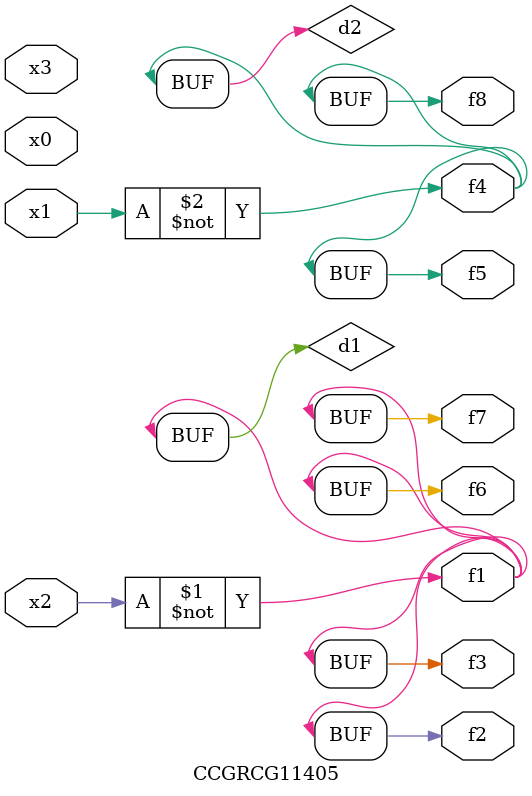
<source format=v>
module CCGRCG11405(
	input x0, x1, x2, x3,
	output f1, f2, f3, f4, f5, f6, f7, f8
);

	wire d1, d2;

	xnor (d1, x2);
	not (d2, x1);
	assign f1 = d1;
	assign f2 = d1;
	assign f3 = d1;
	assign f4 = d2;
	assign f5 = d2;
	assign f6 = d1;
	assign f7 = d1;
	assign f8 = d2;
endmodule

</source>
